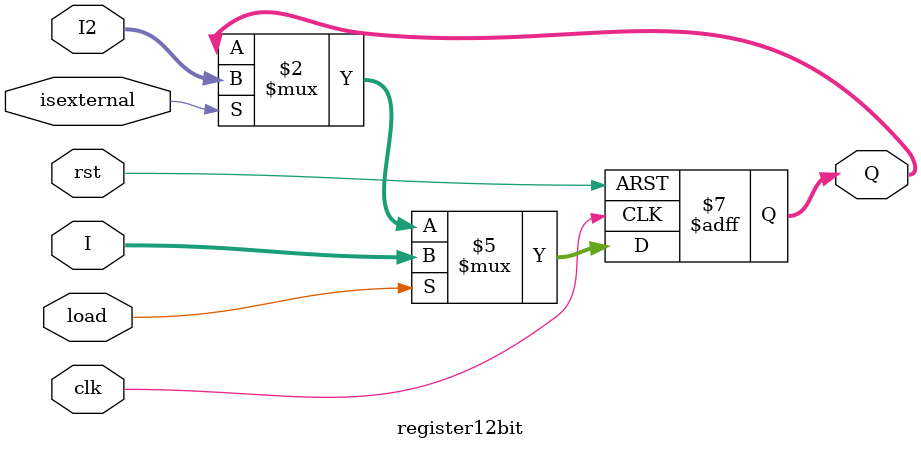
<source format=sv>
`timescale 1ns / 1ps


module register12bit(clk,rst,load,isexternal,I,I2,Q);
input [11:0] I,I2;
input clk,rst,load,isexternal;
output [11:0] Q;
reg [11:0] Q;

always_ff @(posedge clk, posedge rst)
begin
if(rst)begin
 Q<=12'b111000000000;
 end
else if(load) Q <= I;
else if(isexternal) Q <= I2;
end
endmodule

</source>
